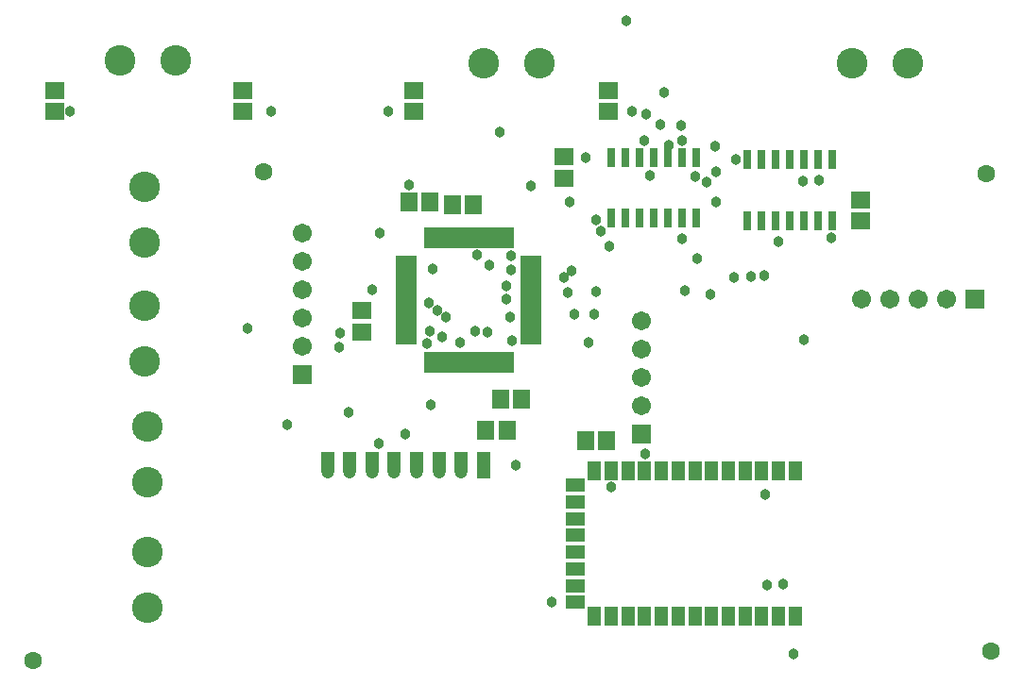
<source format=gts>
%FSLAX25Y25*%
%MOIN*%
G70*
G01*
G75*
G04 Layer_Color=8388736*
%ADD10R,0.05906X0.03937*%
%ADD11R,0.03937X0.05906*%
%ADD12R,0.01181X0.06890*%
%ADD13R,0.06890X0.01181*%
%ADD14R,0.03937X0.05906*%
%ADD15R,0.05906X0.05118*%
%ADD16R,0.05118X0.05906*%
%ADD17R,0.02362X0.05709*%
%ADD18C,0.00700*%
%ADD19C,0.03000*%
%ADD20C,0.02000*%
%ADD21C,0.01000*%
%ADD22C,0.05512*%
%ADD23C,0.10000*%
%ADD24R,0.03937X0.03937*%
%ADD25C,0.03937*%
%ADD26C,0.05906*%
%ADD27R,0.05906X0.05906*%
%ADD28R,0.05906X0.05906*%
%ADD29C,0.03000*%
%ADD30R,0.03543X0.03740*%
%ADD31R,0.03543X0.03740*%
%ADD32C,0.02362*%
%ADD33C,0.00984*%
%ADD34C,0.00787*%
%ADD35C,0.00500*%
%ADD36R,0.06706X0.04737*%
%ADD37R,0.04737X0.06706*%
%ADD38R,0.01981X0.07690*%
%ADD39R,0.07690X0.01981*%
%ADD40R,0.04737X0.06706*%
%ADD41R,0.06706X0.05918*%
%ADD42R,0.05918X0.06706*%
%ADD43R,0.03162X0.06509*%
%ADD44C,0.06312*%
%ADD45C,0.10800*%
%ADD46R,0.04737X0.04737*%
%ADD47C,0.04737*%
%ADD48C,0.06706*%
%ADD49R,0.06706X0.06706*%
%ADD50R,0.06706X0.06706*%
%ADD51C,0.03800*%
D36*
X202002Y36713D02*
D03*
Y30808D02*
D03*
Y60335D02*
D03*
Y54430D02*
D03*
Y42619D02*
D03*
Y48524D02*
D03*
Y72146D02*
D03*
Y66241D02*
D03*
D37*
X208892Y25886D02*
D03*
X262042Y77067D02*
D03*
X279758D02*
D03*
X273853D02*
D03*
X267947D02*
D03*
X256136D02*
D03*
X250231D02*
D03*
X244325D02*
D03*
X238420D02*
D03*
X232514D02*
D03*
X226609D02*
D03*
X220703D02*
D03*
X214798D02*
D03*
X208892D02*
D03*
X214798Y25886D02*
D03*
X220703D02*
D03*
X226609D02*
D03*
X232514D02*
D03*
X238420D02*
D03*
X244325D02*
D03*
X250231D02*
D03*
X256136D02*
D03*
X262042D02*
D03*
X267947D02*
D03*
X273853D02*
D03*
X279758D02*
D03*
D38*
X149815Y159476D02*
D03*
X151783D02*
D03*
X153752D02*
D03*
X155720D02*
D03*
X157689D02*
D03*
X159657D02*
D03*
X161626D02*
D03*
X163594D02*
D03*
X165563D02*
D03*
X167531D02*
D03*
X169500D02*
D03*
X171468D02*
D03*
X173437D02*
D03*
X175405D02*
D03*
X177374D02*
D03*
X179342D02*
D03*
Y115578D02*
D03*
X177374D02*
D03*
X175405D02*
D03*
X173437D02*
D03*
X171468D02*
D03*
X169500D02*
D03*
X167531D02*
D03*
X165563D02*
D03*
X163594D02*
D03*
X161626D02*
D03*
X159657D02*
D03*
X157689D02*
D03*
X155720D02*
D03*
X153752D02*
D03*
X151783D02*
D03*
X149815D02*
D03*
D39*
X186527Y152291D02*
D03*
Y150322D02*
D03*
Y148354D02*
D03*
Y146385D02*
D03*
Y144417D02*
D03*
Y142448D02*
D03*
Y140480D02*
D03*
Y138511D02*
D03*
Y136543D02*
D03*
Y134574D02*
D03*
Y132606D02*
D03*
Y130637D02*
D03*
Y128669D02*
D03*
Y126700D02*
D03*
Y124732D02*
D03*
Y122763D02*
D03*
X142629D02*
D03*
Y124732D02*
D03*
Y126700D02*
D03*
Y128669D02*
D03*
Y130637D02*
D03*
Y132606D02*
D03*
Y134574D02*
D03*
Y136543D02*
D03*
Y138511D02*
D03*
Y140480D02*
D03*
Y142448D02*
D03*
Y144417D02*
D03*
Y146385D02*
D03*
Y148354D02*
D03*
Y150322D02*
D03*
Y152291D02*
D03*
D40*
X114686Y80560D02*
D03*
X122560D02*
D03*
X130434D02*
D03*
X138308D02*
D03*
X146182D02*
D03*
X154056D02*
D03*
X161930D02*
D03*
X169804D02*
D03*
D41*
X302827Y165545D02*
D03*
Y173025D02*
D03*
X84830Y211698D02*
D03*
Y204217D02*
D03*
X18541Y211698D02*
D03*
Y204217D02*
D03*
X145282Y211698D02*
D03*
Y204217D02*
D03*
X213658D02*
D03*
Y211698D02*
D03*
X198003Y180698D02*
D03*
Y188178D02*
D03*
X126707Y133860D02*
D03*
Y126380D02*
D03*
D42*
X183173Y102688D02*
D03*
X175693D02*
D03*
X178017Y91721D02*
D03*
X170536D02*
D03*
X213307Y87813D02*
D03*
X205827D02*
D03*
X150855Y172164D02*
D03*
X143375D02*
D03*
X166179Y171247D02*
D03*
X158698D02*
D03*
D43*
X214966Y166587D02*
D03*
X219966D02*
D03*
X224966D02*
D03*
X229966D02*
D03*
X234966D02*
D03*
X239966D02*
D03*
X244966D02*
D03*
X214966Y188044D02*
D03*
X219966D02*
D03*
X224966D02*
D03*
X229966D02*
D03*
X234966D02*
D03*
X239966D02*
D03*
X244966D02*
D03*
X262760Y165678D02*
D03*
X267760D02*
D03*
X272760D02*
D03*
X277760D02*
D03*
X282760D02*
D03*
X287760D02*
D03*
X292760D02*
D03*
X262760Y187135D02*
D03*
X267760D02*
D03*
X272760D02*
D03*
X277760D02*
D03*
X282760D02*
D03*
X287760D02*
D03*
X292760D02*
D03*
D44*
X92018Y182923D02*
D03*
X10917Y10161D02*
D03*
X348838Y13540D02*
D03*
X347149Y182079D02*
D03*
D45*
X50104Y157949D02*
D03*
Y177635D02*
D03*
Y116017D02*
D03*
Y135702D02*
D03*
X51304Y93013D02*
D03*
Y73328D02*
D03*
Y48643D02*
D03*
Y28958D02*
D03*
X41326Y222269D02*
D03*
X61011D02*
D03*
X189531Y221069D02*
D03*
X169846D02*
D03*
X319598D02*
D03*
X299913D02*
D03*
D46*
X169804Y77061D02*
D03*
D47*
X161930D02*
D03*
X154056D02*
D03*
X146182D02*
D03*
X138308D02*
D03*
X130434D02*
D03*
X122560D02*
D03*
X114686D02*
D03*
D48*
X105744Y161115D02*
D03*
Y151114D02*
D03*
Y141114D02*
D03*
Y131114D02*
D03*
Y121115D02*
D03*
X303000Y138000D02*
D03*
X313000D02*
D03*
X323000D02*
D03*
X333000D02*
D03*
X225599Y130201D02*
D03*
Y120201D02*
D03*
Y110201D02*
D03*
Y100201D02*
D03*
D49*
X105744Y111115D02*
D03*
X225599Y90201D02*
D03*
D50*
X343000Y138000D02*
D03*
D51*
X179049Y131438D02*
D03*
X166694Y126593D02*
D03*
X171231Y126078D02*
D03*
X151691Y148583D02*
D03*
X86464Y127452D02*
D03*
X132686Y86915D02*
D03*
X171685Y149855D02*
D03*
X282946Y123574D02*
D03*
X279276Y12656D02*
D03*
X264024Y145843D02*
D03*
X181311Y79379D02*
D03*
X179707Y123310D02*
D03*
X149697Y122269D02*
D03*
X155133Y124401D02*
D03*
X141988Y90115D02*
D03*
X122118Y97962D02*
D03*
X150827Y126708D02*
D03*
X151037Y100605D02*
D03*
X161627Y122446D02*
D03*
X118878Y120897D02*
D03*
X119157Y125984D02*
D03*
X156601Y131545D02*
D03*
X153332Y134037D02*
D03*
X100494Y93513D02*
D03*
X150445Y136562D02*
D03*
X130326Y141320D02*
D03*
X179435Y153315D02*
D03*
X179400Y148306D02*
D03*
X167588Y153449D02*
D03*
X133116Y161115D02*
D03*
X214813Y71468D02*
D03*
X226902Y83337D02*
D03*
X177684Y138025D02*
D03*
X177700Y142600D02*
D03*
X275321Y37200D02*
D03*
X269723Y36846D02*
D03*
X269015Y68784D02*
D03*
X228649Y181483D02*
D03*
X244484Y181067D02*
D03*
X205902Y187938D02*
D03*
X273928Y158134D02*
D03*
X282474Y179610D02*
D03*
X268780Y146138D02*
D03*
X258140Y145547D02*
D03*
X201708Y132550D02*
D03*
X199355Y140325D02*
D03*
X198179Y145453D02*
D03*
X200860Y148004D02*
D03*
X206817Y122435D02*
D03*
X208882Y132550D02*
D03*
X209495Y140493D02*
D03*
X249949Y139542D02*
D03*
X240773Y140811D02*
D03*
X258827Y187156D02*
D03*
X251804Y172342D02*
D03*
X251676Y183049D02*
D03*
X251511Y192060D02*
D03*
X235209Y192255D02*
D03*
X248556Y179394D02*
D03*
X143348Y178077D02*
D03*
X292427Y159576D02*
D03*
X214042Y156666D02*
D03*
X186363Y178056D02*
D03*
X288021Y179729D02*
D03*
X23946Y204217D02*
D03*
X222139D02*
D03*
X135990Y204108D02*
D03*
X94748Y204217D02*
D03*
X193955Y31040D02*
D03*
X239930Y193877D02*
D03*
X220017Y236076D02*
D03*
X226333Y194041D02*
D03*
X232196Y199640D02*
D03*
X239590Y199390D02*
D03*
X233505Y210740D02*
D03*
X239732Y159352D02*
D03*
X245026Y152064D02*
D03*
X227098Y203230D02*
D03*
X211058Y161956D02*
D03*
X209451Y165762D02*
D03*
X200023Y172118D02*
D03*
X175540Y196811D02*
D03*
X166179Y171247D02*
D03*
M02*

</source>
